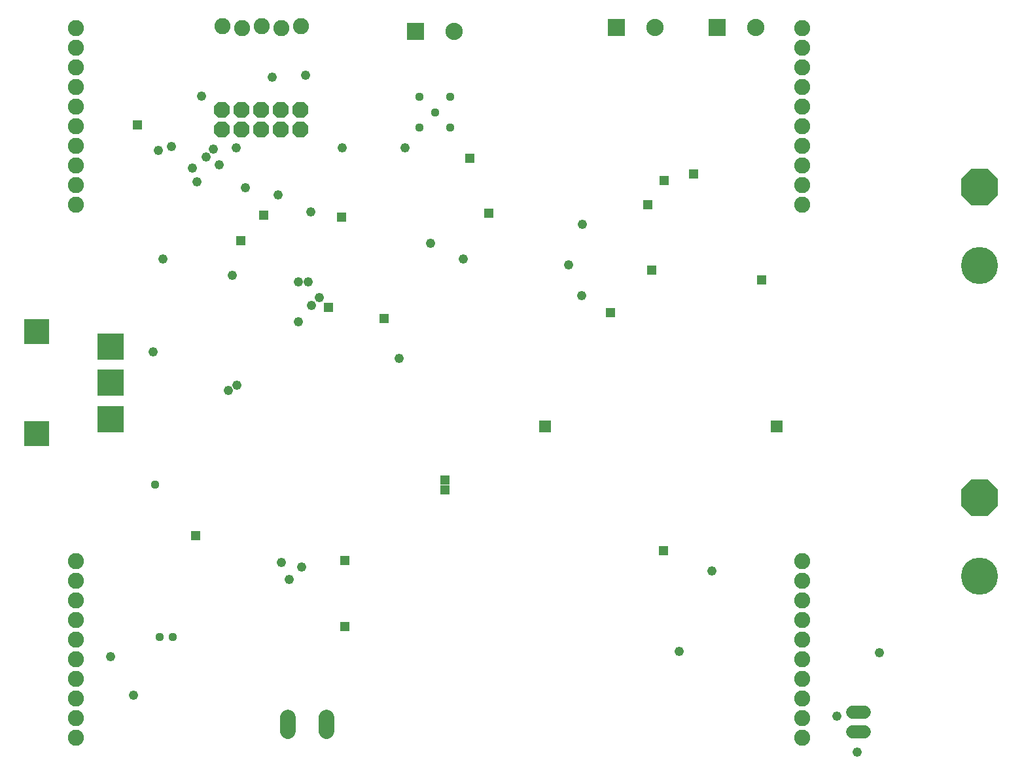
<source format=gbs>
G75*
G70*
%OFA0B0*%
%FSLAX24Y24*%
%IPPOS*%
%LPD*%
%AMOC8*
5,1,8,0,0,1.08239X$1,22.5*
%
%ADD10C,0.0820*%
%ADD11R,0.0880X0.0880*%
%ADD12C,0.0880*%
%ADD13C,0.0785*%
%ADD14C,0.0680*%
%ADD15C,0.1890*%
%ADD16OC8,0.1890*%
%ADD17OC8,0.0820*%
%ADD18R,0.1380X0.1380*%
%ADD19R,0.1261X0.1261*%
%ADD20R,0.0595X0.0595*%
%ADD21C,0.0477*%
%ADD22R,0.0476X0.0476*%
%ADD23C,0.0480*%
%ADD24C,0.0440*%
D10*
X041983Y001755D03*
X041983Y002755D03*
X041983Y003755D03*
X041983Y004755D03*
X041983Y005755D03*
X041983Y006755D03*
X041983Y007755D03*
X041983Y008755D03*
X041983Y009755D03*
X041983Y010755D03*
X078991Y010755D03*
X078991Y009755D03*
X078991Y008755D03*
X078991Y007755D03*
X078991Y006755D03*
X078991Y005755D03*
X078991Y004755D03*
X078991Y003755D03*
X078991Y002755D03*
X078991Y001755D03*
X078991Y028920D03*
X078991Y029920D03*
X078991Y030920D03*
X078991Y031920D03*
X078991Y032920D03*
X078991Y033920D03*
X078991Y034920D03*
X078991Y035920D03*
X078991Y036920D03*
X078991Y037920D03*
X053463Y038025D03*
X052463Y037925D03*
X051463Y038025D03*
X050463Y037925D03*
X049463Y038025D03*
X041983Y037920D03*
X041983Y036920D03*
X041983Y035920D03*
X041983Y034920D03*
X041983Y033920D03*
X041983Y032920D03*
X041983Y031920D03*
X041983Y030920D03*
X041983Y029920D03*
X041983Y028920D03*
D11*
X059306Y037778D03*
X069542Y037975D03*
X074660Y037975D03*
D12*
X076629Y037975D03*
X071510Y037975D03*
X061274Y037778D03*
D13*
X054778Y002788D02*
X054778Y002083D01*
X052810Y002083D02*
X052810Y002788D01*
D14*
X081569Y003050D02*
X082169Y003050D01*
X082169Y002050D02*
X081569Y002050D01*
D15*
X088046Y009991D03*
X088026Y025837D03*
D16*
X088026Y029837D03*
X088046Y013991D03*
D17*
X053432Y032751D03*
X052432Y032751D03*
X051432Y032751D03*
X051432Y033751D03*
X052432Y033751D03*
X053432Y033751D03*
X050432Y033751D03*
X049432Y033751D03*
X049432Y032751D03*
X050432Y032751D03*
D18*
X043755Y021715D03*
X043755Y019865D03*
X043755Y018015D03*
D19*
X040005Y017265D03*
X040005Y022465D03*
D20*
X065900Y017641D03*
X077711Y017641D03*
D21*
X067751Y024294D03*
X061747Y026164D03*
X045920Y021440D03*
X043755Y005889D03*
X044936Y003920D03*
X082928Y006086D03*
D22*
X071944Y011302D03*
X060802Y014412D03*
X060807Y014915D03*
X055703Y010810D03*
X055703Y007424D03*
X048085Y012050D03*
X057711Y023133D03*
X054881Y023698D03*
X050388Y027109D03*
X051570Y028389D03*
X055526Y028310D03*
X062062Y031282D03*
X063026Y028487D03*
X071117Y028920D03*
X071980Y030170D03*
X073479Y030495D03*
X071333Y025613D03*
X069247Y023428D03*
X076924Y025101D03*
X045133Y033015D03*
D23*
X046865Y031912D03*
X046196Y031715D03*
X047928Y030810D03*
X048636Y031361D03*
X048991Y031755D03*
X049306Y030967D03*
X050172Y031834D03*
X050644Y029786D03*
X052298Y029432D03*
X053951Y028566D03*
X048164Y030101D03*
X055566Y031834D03*
X058755Y031834D03*
X053715Y035534D03*
X051983Y035416D03*
X048400Y034471D03*
X060054Y026952D03*
X054385Y024196D03*
X053991Y023802D03*
X053322Y022975D03*
X053322Y024983D03*
X053833Y024983D03*
X049975Y025337D03*
X046432Y026164D03*
X058479Y021086D03*
X050211Y019747D03*
X049778Y019471D03*
X067101Y025849D03*
X067810Y027936D03*
X053499Y010456D03*
X052455Y010692D03*
X052849Y009826D03*
X072731Y006164D03*
X080762Y002857D03*
X081786Y001046D03*
X074385Y010259D03*
D24*
X046944Y006912D03*
X046274Y006912D03*
X046038Y014668D03*
X059503Y032857D03*
X060290Y033645D03*
X059503Y034432D03*
X061077Y034432D03*
X061077Y032857D03*
M02*

</source>
